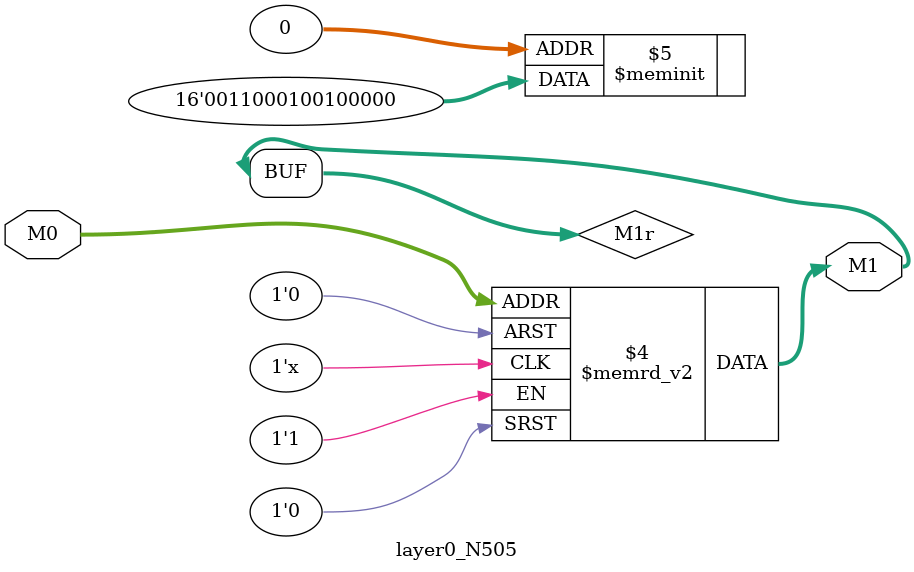
<source format=v>
module layer0_N505 ( input [2:0] M0, output [1:0] M1 );

	(*rom_style = "distributed" *) reg [1:0] M1r;
	assign M1 = M1r;
	always @ (M0) begin
		case (M0)
			3'b000: M1r = 2'b00;
			3'b100: M1r = 2'b01;
			3'b010: M1r = 2'b10;
			3'b110: M1r = 2'b11;
			3'b001: M1r = 2'b00;
			3'b101: M1r = 2'b00;
			3'b011: M1r = 2'b00;
			3'b111: M1r = 2'b00;

		endcase
	end
endmodule

</source>
